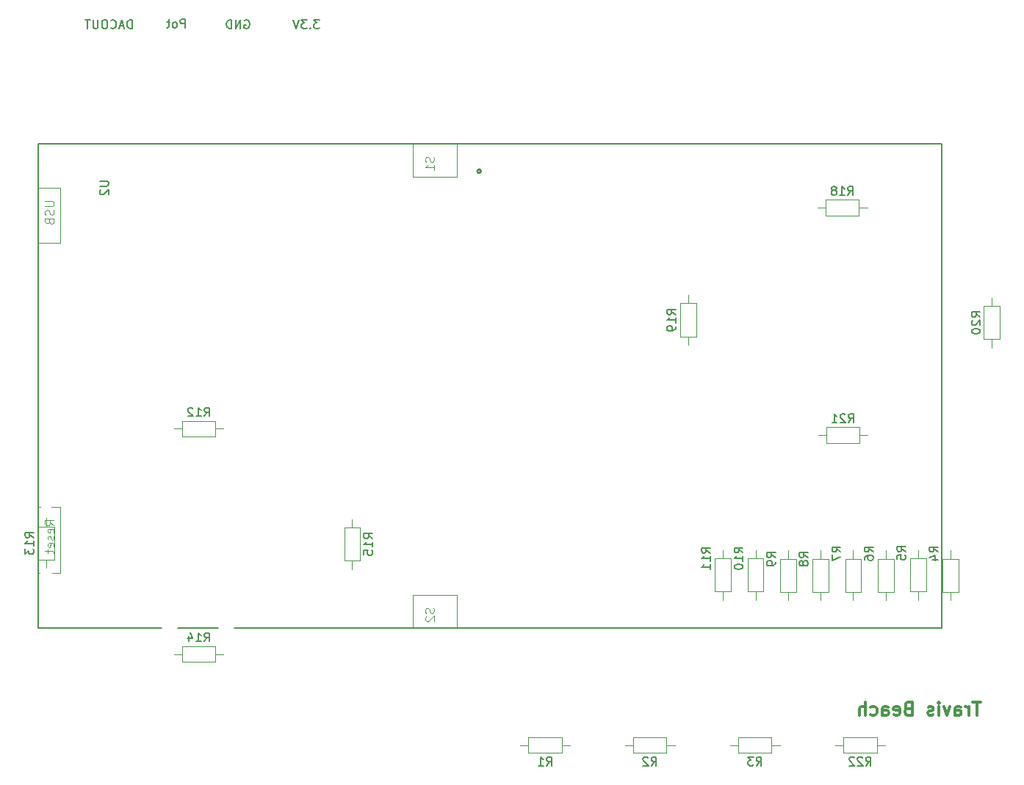
<source format=gbo>
G04 #@! TF.GenerationSoftware,KiCad,Pcbnew,9.0.0*
G04 #@! TF.CreationDate,2025-03-22T14:34:33-05:00*
G04 #@! TF.ProjectId,TMB3956,544d4233-3935-4362-9e6b-696361645f70,v1.0.1*
G04 #@! TF.SameCoordinates,Original*
G04 #@! TF.FileFunction,Legend,Bot*
G04 #@! TF.FilePolarity,Positive*
%FSLAX46Y46*%
G04 Gerber Fmt 4.6, Leading zero omitted, Abs format (unit mm)*
G04 Created by KiCad (PCBNEW 9.0.0) date 2025-03-22 14:34:33*
%MOMM*%
%LPD*%
G01*
G04 APERTURE LIST*
%ADD10C,0.300000*%
%ADD11C,0.150000*%
%ADD12C,0.100000*%
%ADD13C,0.120000*%
%ADD14C,0.127000*%
%ADD15C,0.228600*%
%ADD16R,1.700000X1.700000*%
%ADD17O,1.700000X1.700000*%
%ADD18C,1.778000*%
%ADD19C,2.286000*%
%ADD20C,2.000000*%
%ADD21C,2.700000*%
%ADD22R,1.750000X1.750000*%
%ADD23C,1.750000*%
%ADD24R,1.800000X1.800000*%
%ADD25C,1.800000*%
%ADD26C,4.318000*%
%ADD27C,2.200000*%
%ADD28R,1.778000X1.778000*%
%ADD29C,1.400000*%
%ADD30O,1.400000X1.400000*%
%ADD31C,1.700000*%
%ADD32R,1.520000X1.520000*%
%ADD33C,1.520000*%
G04 APERTURE END LIST*
D10*
X161909774Y-117800828D02*
X161052632Y-117800828D01*
X161481203Y-119300828D02*
X161481203Y-117800828D01*
X160552632Y-119300828D02*
X160552632Y-118300828D01*
X160552632Y-118586542D02*
X160481203Y-118443685D01*
X160481203Y-118443685D02*
X160409775Y-118372257D01*
X160409775Y-118372257D02*
X160266917Y-118300828D01*
X160266917Y-118300828D02*
X160124060Y-118300828D01*
X158981204Y-119300828D02*
X158981204Y-118515114D01*
X158981204Y-118515114D02*
X159052632Y-118372257D01*
X159052632Y-118372257D02*
X159195489Y-118300828D01*
X159195489Y-118300828D02*
X159481204Y-118300828D01*
X159481204Y-118300828D02*
X159624061Y-118372257D01*
X158981204Y-119229400D02*
X159124061Y-119300828D01*
X159124061Y-119300828D02*
X159481204Y-119300828D01*
X159481204Y-119300828D02*
X159624061Y-119229400D01*
X159624061Y-119229400D02*
X159695489Y-119086542D01*
X159695489Y-119086542D02*
X159695489Y-118943685D01*
X159695489Y-118943685D02*
X159624061Y-118800828D01*
X159624061Y-118800828D02*
X159481204Y-118729400D01*
X159481204Y-118729400D02*
X159124061Y-118729400D01*
X159124061Y-118729400D02*
X158981204Y-118657971D01*
X158409775Y-118300828D02*
X158052632Y-119300828D01*
X158052632Y-119300828D02*
X157695489Y-118300828D01*
X157124061Y-119300828D02*
X157124061Y-118300828D01*
X157124061Y-117800828D02*
X157195489Y-117872257D01*
X157195489Y-117872257D02*
X157124061Y-117943685D01*
X157124061Y-117943685D02*
X157052632Y-117872257D01*
X157052632Y-117872257D02*
X157124061Y-117800828D01*
X157124061Y-117800828D02*
X157124061Y-117943685D01*
X156481203Y-119229400D02*
X156338346Y-119300828D01*
X156338346Y-119300828D02*
X156052632Y-119300828D01*
X156052632Y-119300828D02*
X155909775Y-119229400D01*
X155909775Y-119229400D02*
X155838346Y-119086542D01*
X155838346Y-119086542D02*
X155838346Y-119015114D01*
X155838346Y-119015114D02*
X155909775Y-118872257D01*
X155909775Y-118872257D02*
X156052632Y-118800828D01*
X156052632Y-118800828D02*
X156266918Y-118800828D01*
X156266918Y-118800828D02*
X156409775Y-118729400D01*
X156409775Y-118729400D02*
X156481203Y-118586542D01*
X156481203Y-118586542D02*
X156481203Y-118515114D01*
X156481203Y-118515114D02*
X156409775Y-118372257D01*
X156409775Y-118372257D02*
X156266918Y-118300828D01*
X156266918Y-118300828D02*
X156052632Y-118300828D01*
X156052632Y-118300828D02*
X155909775Y-118372257D01*
X153552632Y-118515114D02*
X153338346Y-118586542D01*
X153338346Y-118586542D02*
X153266917Y-118657971D01*
X153266917Y-118657971D02*
X153195489Y-118800828D01*
X153195489Y-118800828D02*
X153195489Y-119015114D01*
X153195489Y-119015114D02*
X153266917Y-119157971D01*
X153266917Y-119157971D02*
X153338346Y-119229400D01*
X153338346Y-119229400D02*
X153481203Y-119300828D01*
X153481203Y-119300828D02*
X154052632Y-119300828D01*
X154052632Y-119300828D02*
X154052632Y-117800828D01*
X154052632Y-117800828D02*
X153552632Y-117800828D01*
X153552632Y-117800828D02*
X153409775Y-117872257D01*
X153409775Y-117872257D02*
X153338346Y-117943685D01*
X153338346Y-117943685D02*
X153266917Y-118086542D01*
X153266917Y-118086542D02*
X153266917Y-118229400D01*
X153266917Y-118229400D02*
X153338346Y-118372257D01*
X153338346Y-118372257D02*
X153409775Y-118443685D01*
X153409775Y-118443685D02*
X153552632Y-118515114D01*
X153552632Y-118515114D02*
X154052632Y-118515114D01*
X151981203Y-119229400D02*
X152124060Y-119300828D01*
X152124060Y-119300828D02*
X152409775Y-119300828D01*
X152409775Y-119300828D02*
X152552632Y-119229400D01*
X152552632Y-119229400D02*
X152624060Y-119086542D01*
X152624060Y-119086542D02*
X152624060Y-118515114D01*
X152624060Y-118515114D02*
X152552632Y-118372257D01*
X152552632Y-118372257D02*
X152409775Y-118300828D01*
X152409775Y-118300828D02*
X152124060Y-118300828D01*
X152124060Y-118300828D02*
X151981203Y-118372257D01*
X151981203Y-118372257D02*
X151909775Y-118515114D01*
X151909775Y-118515114D02*
X151909775Y-118657971D01*
X151909775Y-118657971D02*
X152624060Y-118800828D01*
X150624061Y-119300828D02*
X150624061Y-118515114D01*
X150624061Y-118515114D02*
X150695489Y-118372257D01*
X150695489Y-118372257D02*
X150838346Y-118300828D01*
X150838346Y-118300828D02*
X151124061Y-118300828D01*
X151124061Y-118300828D02*
X151266918Y-118372257D01*
X150624061Y-119229400D02*
X150766918Y-119300828D01*
X150766918Y-119300828D02*
X151124061Y-119300828D01*
X151124061Y-119300828D02*
X151266918Y-119229400D01*
X151266918Y-119229400D02*
X151338346Y-119086542D01*
X151338346Y-119086542D02*
X151338346Y-118943685D01*
X151338346Y-118943685D02*
X151266918Y-118800828D01*
X151266918Y-118800828D02*
X151124061Y-118729400D01*
X151124061Y-118729400D02*
X150766918Y-118729400D01*
X150766918Y-118729400D02*
X150624061Y-118657971D01*
X149266918Y-119229400D02*
X149409775Y-119300828D01*
X149409775Y-119300828D02*
X149695489Y-119300828D01*
X149695489Y-119300828D02*
X149838346Y-119229400D01*
X149838346Y-119229400D02*
X149909775Y-119157971D01*
X149909775Y-119157971D02*
X149981203Y-119015114D01*
X149981203Y-119015114D02*
X149981203Y-118586542D01*
X149981203Y-118586542D02*
X149909775Y-118443685D01*
X149909775Y-118443685D02*
X149838346Y-118372257D01*
X149838346Y-118372257D02*
X149695489Y-118300828D01*
X149695489Y-118300828D02*
X149409775Y-118300828D01*
X149409775Y-118300828D02*
X149266918Y-118372257D01*
X148624061Y-119300828D02*
X148624061Y-117800828D01*
X147981204Y-119300828D02*
X147981204Y-118515114D01*
X147981204Y-118515114D02*
X148052632Y-118372257D01*
X148052632Y-118372257D02*
X148195489Y-118300828D01*
X148195489Y-118300828D02*
X148409775Y-118300828D01*
X148409775Y-118300828D02*
X148552632Y-118372257D01*
X148552632Y-118372257D02*
X148624061Y-118443685D01*
D11*
X130784819Y-100567142D02*
X130308628Y-100233809D01*
X130784819Y-99995714D02*
X129784819Y-99995714D01*
X129784819Y-99995714D02*
X129784819Y-100376666D01*
X129784819Y-100376666D02*
X129832438Y-100471904D01*
X129832438Y-100471904D02*
X129880057Y-100519523D01*
X129880057Y-100519523D02*
X129975295Y-100567142D01*
X129975295Y-100567142D02*
X130118152Y-100567142D01*
X130118152Y-100567142D02*
X130213390Y-100519523D01*
X130213390Y-100519523D02*
X130261009Y-100471904D01*
X130261009Y-100471904D02*
X130308628Y-100376666D01*
X130308628Y-100376666D02*
X130308628Y-99995714D01*
X130784819Y-101519523D02*
X130784819Y-100948095D01*
X130784819Y-101233809D02*
X129784819Y-101233809D01*
X129784819Y-101233809D02*
X129927676Y-101138571D01*
X129927676Y-101138571D02*
X130022914Y-101043333D01*
X130022914Y-101043333D02*
X130070533Y-100948095D01*
X130784819Y-102471904D02*
X130784819Y-101900476D01*
X130784819Y-102186190D02*
X129784819Y-102186190D01*
X129784819Y-102186190D02*
X129927676Y-102090952D01*
X129927676Y-102090952D02*
X130022914Y-101995714D01*
X130022914Y-101995714D02*
X130070533Y-101900476D01*
X70249999Y-39969819D02*
X70249999Y-38969819D01*
X70249999Y-38969819D02*
X69869047Y-38969819D01*
X69869047Y-38969819D02*
X69773809Y-39017438D01*
X69773809Y-39017438D02*
X69726190Y-39065057D01*
X69726190Y-39065057D02*
X69678571Y-39160295D01*
X69678571Y-39160295D02*
X69678571Y-39303152D01*
X69678571Y-39303152D02*
X69726190Y-39398390D01*
X69726190Y-39398390D02*
X69773809Y-39446009D01*
X69773809Y-39446009D02*
X69869047Y-39493628D01*
X69869047Y-39493628D02*
X70249999Y-39493628D01*
X69107142Y-39969819D02*
X69202380Y-39922200D01*
X69202380Y-39922200D02*
X69249999Y-39874580D01*
X69249999Y-39874580D02*
X69297618Y-39779342D01*
X69297618Y-39779342D02*
X69297618Y-39493628D01*
X69297618Y-39493628D02*
X69249999Y-39398390D01*
X69249999Y-39398390D02*
X69202380Y-39350771D01*
X69202380Y-39350771D02*
X69107142Y-39303152D01*
X69107142Y-39303152D02*
X68964285Y-39303152D01*
X68964285Y-39303152D02*
X68869047Y-39350771D01*
X68869047Y-39350771D02*
X68821428Y-39398390D01*
X68821428Y-39398390D02*
X68773809Y-39493628D01*
X68773809Y-39493628D02*
X68773809Y-39779342D01*
X68773809Y-39779342D02*
X68821428Y-39874580D01*
X68821428Y-39874580D02*
X68869047Y-39922200D01*
X68869047Y-39922200D02*
X68964285Y-39969819D01*
X68964285Y-39969819D02*
X69107142Y-39969819D01*
X68488094Y-39303152D02*
X68107142Y-39303152D01*
X68345237Y-38969819D02*
X68345237Y-39826961D01*
X68345237Y-39826961D02*
X68297618Y-39922200D01*
X68297618Y-39922200D02*
X68202380Y-39969819D01*
X68202380Y-39969819D02*
X68107142Y-39969819D01*
X157034819Y-100468333D02*
X156558628Y-100135000D01*
X157034819Y-99896905D02*
X156034819Y-99896905D01*
X156034819Y-99896905D02*
X156034819Y-100277857D01*
X156034819Y-100277857D02*
X156082438Y-100373095D01*
X156082438Y-100373095D02*
X156130057Y-100420714D01*
X156130057Y-100420714D02*
X156225295Y-100468333D01*
X156225295Y-100468333D02*
X156368152Y-100468333D01*
X156368152Y-100468333D02*
X156463390Y-100420714D01*
X156463390Y-100420714D02*
X156511009Y-100373095D01*
X156511009Y-100373095D02*
X156558628Y-100277857D01*
X156558628Y-100277857D02*
X156558628Y-99896905D01*
X156368152Y-101325476D02*
X157034819Y-101325476D01*
X155987200Y-101087381D02*
X156701485Y-100849286D01*
X156701485Y-100849286D02*
X156701485Y-101468333D01*
X149549819Y-100468333D02*
X149073628Y-100135000D01*
X149549819Y-99896905D02*
X148549819Y-99896905D01*
X148549819Y-99896905D02*
X148549819Y-100277857D01*
X148549819Y-100277857D02*
X148597438Y-100373095D01*
X148597438Y-100373095D02*
X148645057Y-100420714D01*
X148645057Y-100420714D02*
X148740295Y-100468333D01*
X148740295Y-100468333D02*
X148883152Y-100468333D01*
X148883152Y-100468333D02*
X148978390Y-100420714D01*
X148978390Y-100420714D02*
X149026009Y-100373095D01*
X149026009Y-100373095D02*
X149073628Y-100277857D01*
X149073628Y-100277857D02*
X149073628Y-99896905D01*
X148549819Y-101325476D02*
X148549819Y-101135000D01*
X148549819Y-101135000D02*
X148597438Y-101039762D01*
X148597438Y-101039762D02*
X148645057Y-100992143D01*
X148645057Y-100992143D02*
X148787914Y-100896905D01*
X148787914Y-100896905D02*
X148978390Y-100849286D01*
X148978390Y-100849286D02*
X149359342Y-100849286D01*
X149359342Y-100849286D02*
X149454580Y-100896905D01*
X149454580Y-100896905D02*
X149502200Y-100944524D01*
X149502200Y-100944524D02*
X149549819Y-101039762D01*
X149549819Y-101039762D02*
X149549819Y-101230238D01*
X149549819Y-101230238D02*
X149502200Y-101325476D01*
X149502200Y-101325476D02*
X149454580Y-101373095D01*
X149454580Y-101373095D02*
X149359342Y-101420714D01*
X149359342Y-101420714D02*
X149121247Y-101420714D01*
X149121247Y-101420714D02*
X149026009Y-101373095D01*
X149026009Y-101373095D02*
X148978390Y-101325476D01*
X148978390Y-101325476D02*
X148930771Y-101230238D01*
X148930771Y-101230238D02*
X148930771Y-101039762D01*
X148930771Y-101039762D02*
X148978390Y-100944524D01*
X148978390Y-100944524D02*
X149026009Y-100896905D01*
X149026009Y-100896905D02*
X149121247Y-100849286D01*
X60414819Y-57658095D02*
X61224342Y-57658095D01*
X61224342Y-57658095D02*
X61319580Y-57705714D01*
X61319580Y-57705714D02*
X61367200Y-57753333D01*
X61367200Y-57753333D02*
X61414819Y-57848571D01*
X61414819Y-57848571D02*
X61414819Y-58039047D01*
X61414819Y-58039047D02*
X61367200Y-58134285D01*
X61367200Y-58134285D02*
X61319580Y-58181904D01*
X61319580Y-58181904D02*
X61224342Y-58229523D01*
X61224342Y-58229523D02*
X60414819Y-58229523D01*
X60510057Y-58658095D02*
X60462438Y-58705714D01*
X60462438Y-58705714D02*
X60414819Y-58800952D01*
X60414819Y-58800952D02*
X60414819Y-59039047D01*
X60414819Y-59039047D02*
X60462438Y-59134285D01*
X60462438Y-59134285D02*
X60510057Y-59181904D01*
X60510057Y-59181904D02*
X60605295Y-59229523D01*
X60605295Y-59229523D02*
X60700533Y-59229523D01*
X60700533Y-59229523D02*
X60843390Y-59181904D01*
X60843390Y-59181904D02*
X61414819Y-58610476D01*
X61414819Y-58610476D02*
X61414819Y-59229523D01*
D12*
X98884800Y-54866265D02*
X98932419Y-55009122D01*
X98932419Y-55009122D02*
X98932419Y-55247217D01*
X98932419Y-55247217D02*
X98884800Y-55342455D01*
X98884800Y-55342455D02*
X98837180Y-55390074D01*
X98837180Y-55390074D02*
X98741942Y-55437693D01*
X98741942Y-55437693D02*
X98646704Y-55437693D01*
X98646704Y-55437693D02*
X98551466Y-55390074D01*
X98551466Y-55390074D02*
X98503847Y-55342455D01*
X98503847Y-55342455D02*
X98456228Y-55247217D01*
X98456228Y-55247217D02*
X98408609Y-55056741D01*
X98408609Y-55056741D02*
X98360990Y-54961503D01*
X98360990Y-54961503D02*
X98313371Y-54913884D01*
X98313371Y-54913884D02*
X98218133Y-54866265D01*
X98218133Y-54866265D02*
X98122895Y-54866265D01*
X98122895Y-54866265D02*
X98027657Y-54913884D01*
X98027657Y-54913884D02*
X97980038Y-54961503D01*
X97980038Y-54961503D02*
X97932419Y-55056741D01*
X97932419Y-55056741D02*
X97932419Y-55294836D01*
X97932419Y-55294836D02*
X97980038Y-55437693D01*
X98932419Y-56390074D02*
X98932419Y-55818646D01*
X98932419Y-56104360D02*
X97932419Y-56104360D01*
X97932419Y-56104360D02*
X98075276Y-56009122D01*
X98075276Y-56009122D02*
X98170514Y-55913884D01*
X98170514Y-55913884D02*
X98218133Y-55818646D01*
X54117419Y-59993884D02*
X54926942Y-59993884D01*
X54926942Y-59993884D02*
X55022180Y-60041503D01*
X55022180Y-60041503D02*
X55069800Y-60089122D01*
X55069800Y-60089122D02*
X55117419Y-60184360D01*
X55117419Y-60184360D02*
X55117419Y-60374836D01*
X55117419Y-60374836D02*
X55069800Y-60470074D01*
X55069800Y-60470074D02*
X55022180Y-60517693D01*
X55022180Y-60517693D02*
X54926942Y-60565312D01*
X54926942Y-60565312D02*
X54117419Y-60565312D01*
X55069800Y-60993884D02*
X55117419Y-61136741D01*
X55117419Y-61136741D02*
X55117419Y-61374836D01*
X55117419Y-61374836D02*
X55069800Y-61470074D01*
X55069800Y-61470074D02*
X55022180Y-61517693D01*
X55022180Y-61517693D02*
X54926942Y-61565312D01*
X54926942Y-61565312D02*
X54831704Y-61565312D01*
X54831704Y-61565312D02*
X54736466Y-61517693D01*
X54736466Y-61517693D02*
X54688847Y-61470074D01*
X54688847Y-61470074D02*
X54641228Y-61374836D01*
X54641228Y-61374836D02*
X54593609Y-61184360D01*
X54593609Y-61184360D02*
X54545990Y-61089122D01*
X54545990Y-61089122D02*
X54498371Y-61041503D01*
X54498371Y-61041503D02*
X54403133Y-60993884D01*
X54403133Y-60993884D02*
X54307895Y-60993884D01*
X54307895Y-60993884D02*
X54212657Y-61041503D01*
X54212657Y-61041503D02*
X54165038Y-61089122D01*
X54165038Y-61089122D02*
X54117419Y-61184360D01*
X54117419Y-61184360D02*
X54117419Y-61422455D01*
X54117419Y-61422455D02*
X54165038Y-61565312D01*
X54593609Y-62327217D02*
X54641228Y-62470074D01*
X54641228Y-62470074D02*
X54688847Y-62517693D01*
X54688847Y-62517693D02*
X54784085Y-62565312D01*
X54784085Y-62565312D02*
X54926942Y-62565312D01*
X54926942Y-62565312D02*
X55022180Y-62517693D01*
X55022180Y-62517693D02*
X55069800Y-62470074D01*
X55069800Y-62470074D02*
X55117419Y-62374836D01*
X55117419Y-62374836D02*
X55117419Y-61993884D01*
X55117419Y-61993884D02*
X54117419Y-61993884D01*
X54117419Y-61993884D02*
X54117419Y-62327217D01*
X54117419Y-62327217D02*
X54165038Y-62422455D01*
X54165038Y-62422455D02*
X54212657Y-62470074D01*
X54212657Y-62470074D02*
X54307895Y-62517693D01*
X54307895Y-62517693D02*
X54403133Y-62517693D01*
X54403133Y-62517693D02*
X54498371Y-62470074D01*
X54498371Y-62470074D02*
X54545990Y-62422455D01*
X54545990Y-62422455D02*
X54593609Y-62327217D01*
X54593609Y-62327217D02*
X54593609Y-61993884D01*
X98884800Y-106936265D02*
X98932419Y-107079122D01*
X98932419Y-107079122D02*
X98932419Y-107317217D01*
X98932419Y-107317217D02*
X98884800Y-107412455D01*
X98884800Y-107412455D02*
X98837180Y-107460074D01*
X98837180Y-107460074D02*
X98741942Y-107507693D01*
X98741942Y-107507693D02*
X98646704Y-107507693D01*
X98646704Y-107507693D02*
X98551466Y-107460074D01*
X98551466Y-107460074D02*
X98503847Y-107412455D01*
X98503847Y-107412455D02*
X98456228Y-107317217D01*
X98456228Y-107317217D02*
X98408609Y-107126741D01*
X98408609Y-107126741D02*
X98360990Y-107031503D01*
X98360990Y-107031503D02*
X98313371Y-106983884D01*
X98313371Y-106983884D02*
X98218133Y-106936265D01*
X98218133Y-106936265D02*
X98122895Y-106936265D01*
X98122895Y-106936265D02*
X98027657Y-106983884D01*
X98027657Y-106983884D02*
X97980038Y-107031503D01*
X97980038Y-107031503D02*
X97932419Y-107126741D01*
X97932419Y-107126741D02*
X97932419Y-107364836D01*
X97932419Y-107364836D02*
X97980038Y-107507693D01*
X98027657Y-107888646D02*
X97980038Y-107936265D01*
X97980038Y-107936265D02*
X97932419Y-108031503D01*
X97932419Y-108031503D02*
X97932419Y-108269598D01*
X97932419Y-108269598D02*
X97980038Y-108364836D01*
X97980038Y-108364836D02*
X98027657Y-108412455D01*
X98027657Y-108412455D02*
X98122895Y-108460074D01*
X98122895Y-108460074D02*
X98218133Y-108460074D01*
X98218133Y-108460074D02*
X98360990Y-108412455D01*
X98360990Y-108412455D02*
X98932419Y-107841027D01*
X98932419Y-107841027D02*
X98932419Y-108460074D01*
X55117419Y-97395312D02*
X54641228Y-97061979D01*
X55117419Y-96823884D02*
X54117419Y-96823884D01*
X54117419Y-96823884D02*
X54117419Y-97204836D01*
X54117419Y-97204836D02*
X54165038Y-97300074D01*
X54165038Y-97300074D02*
X54212657Y-97347693D01*
X54212657Y-97347693D02*
X54307895Y-97395312D01*
X54307895Y-97395312D02*
X54450752Y-97395312D01*
X54450752Y-97395312D02*
X54545990Y-97347693D01*
X54545990Y-97347693D02*
X54593609Y-97300074D01*
X54593609Y-97300074D02*
X54641228Y-97204836D01*
X54641228Y-97204836D02*
X54641228Y-96823884D01*
X55069800Y-98204836D02*
X55117419Y-98109598D01*
X55117419Y-98109598D02*
X55117419Y-97919122D01*
X55117419Y-97919122D02*
X55069800Y-97823884D01*
X55069800Y-97823884D02*
X54974561Y-97776265D01*
X54974561Y-97776265D02*
X54593609Y-97776265D01*
X54593609Y-97776265D02*
X54498371Y-97823884D01*
X54498371Y-97823884D02*
X54450752Y-97919122D01*
X54450752Y-97919122D02*
X54450752Y-98109598D01*
X54450752Y-98109598D02*
X54498371Y-98204836D01*
X54498371Y-98204836D02*
X54593609Y-98252455D01*
X54593609Y-98252455D02*
X54688847Y-98252455D01*
X54688847Y-98252455D02*
X54784085Y-97776265D01*
X55069800Y-98633408D02*
X55117419Y-98728646D01*
X55117419Y-98728646D02*
X55117419Y-98919122D01*
X55117419Y-98919122D02*
X55069800Y-99014360D01*
X55069800Y-99014360D02*
X54974561Y-99061979D01*
X54974561Y-99061979D02*
X54926942Y-99061979D01*
X54926942Y-99061979D02*
X54831704Y-99014360D01*
X54831704Y-99014360D02*
X54784085Y-98919122D01*
X54784085Y-98919122D02*
X54784085Y-98776265D01*
X54784085Y-98776265D02*
X54736466Y-98681027D01*
X54736466Y-98681027D02*
X54641228Y-98633408D01*
X54641228Y-98633408D02*
X54593609Y-98633408D01*
X54593609Y-98633408D02*
X54498371Y-98681027D01*
X54498371Y-98681027D02*
X54450752Y-98776265D01*
X54450752Y-98776265D02*
X54450752Y-98919122D01*
X54450752Y-98919122D02*
X54498371Y-99014360D01*
X55069800Y-99871503D02*
X55117419Y-99776265D01*
X55117419Y-99776265D02*
X55117419Y-99585789D01*
X55117419Y-99585789D02*
X55069800Y-99490551D01*
X55069800Y-99490551D02*
X54974561Y-99442932D01*
X54974561Y-99442932D02*
X54593609Y-99442932D01*
X54593609Y-99442932D02*
X54498371Y-99490551D01*
X54498371Y-99490551D02*
X54450752Y-99585789D01*
X54450752Y-99585789D02*
X54450752Y-99776265D01*
X54450752Y-99776265D02*
X54498371Y-99871503D01*
X54498371Y-99871503D02*
X54593609Y-99919122D01*
X54593609Y-99919122D02*
X54688847Y-99919122D01*
X54688847Y-99919122D02*
X54784085Y-99442932D01*
X54450752Y-100204837D02*
X54450752Y-100585789D01*
X54117419Y-100347694D02*
X54974561Y-100347694D01*
X54974561Y-100347694D02*
X55069800Y-100395313D01*
X55069800Y-100395313D02*
X55117419Y-100490551D01*
X55117419Y-100490551D02*
X55117419Y-100585789D01*
D11*
X146642857Y-59284819D02*
X146976190Y-58808628D01*
X147214285Y-59284819D02*
X147214285Y-58284819D01*
X147214285Y-58284819D02*
X146833333Y-58284819D01*
X146833333Y-58284819D02*
X146738095Y-58332438D01*
X146738095Y-58332438D02*
X146690476Y-58380057D01*
X146690476Y-58380057D02*
X146642857Y-58475295D01*
X146642857Y-58475295D02*
X146642857Y-58618152D01*
X146642857Y-58618152D02*
X146690476Y-58713390D01*
X146690476Y-58713390D02*
X146738095Y-58761009D01*
X146738095Y-58761009D02*
X146833333Y-58808628D01*
X146833333Y-58808628D02*
X147214285Y-58808628D01*
X145690476Y-59284819D02*
X146261904Y-59284819D01*
X145976190Y-59284819D02*
X145976190Y-58284819D01*
X145976190Y-58284819D02*
X146071428Y-58427676D01*
X146071428Y-58427676D02*
X146166666Y-58522914D01*
X146166666Y-58522914D02*
X146261904Y-58570533D01*
X145119047Y-58713390D02*
X145214285Y-58665771D01*
X145214285Y-58665771D02*
X145261904Y-58618152D01*
X145261904Y-58618152D02*
X145309523Y-58522914D01*
X145309523Y-58522914D02*
X145309523Y-58475295D01*
X145309523Y-58475295D02*
X145261904Y-58380057D01*
X145261904Y-58380057D02*
X145214285Y-58332438D01*
X145214285Y-58332438D02*
X145119047Y-58284819D01*
X145119047Y-58284819D02*
X144928571Y-58284819D01*
X144928571Y-58284819D02*
X144833333Y-58332438D01*
X144833333Y-58332438D02*
X144785714Y-58380057D01*
X144785714Y-58380057D02*
X144738095Y-58475295D01*
X144738095Y-58475295D02*
X144738095Y-58522914D01*
X144738095Y-58522914D02*
X144785714Y-58618152D01*
X144785714Y-58618152D02*
X144833333Y-58665771D01*
X144833333Y-58665771D02*
X144928571Y-58713390D01*
X144928571Y-58713390D02*
X145119047Y-58713390D01*
X145119047Y-58713390D02*
X145214285Y-58761009D01*
X145214285Y-58761009D02*
X145261904Y-58808628D01*
X145261904Y-58808628D02*
X145309523Y-58903866D01*
X145309523Y-58903866D02*
X145309523Y-59094342D01*
X145309523Y-59094342D02*
X145261904Y-59189580D01*
X145261904Y-59189580D02*
X145214285Y-59237200D01*
X145214285Y-59237200D02*
X145119047Y-59284819D01*
X145119047Y-59284819D02*
X144928571Y-59284819D01*
X144928571Y-59284819D02*
X144833333Y-59237200D01*
X144833333Y-59237200D02*
X144785714Y-59189580D01*
X144785714Y-59189580D02*
X144738095Y-59094342D01*
X144738095Y-59094342D02*
X144738095Y-58903866D01*
X144738095Y-58903866D02*
X144785714Y-58808628D01*
X144785714Y-58808628D02*
X144833333Y-58761009D01*
X144833333Y-58761009D02*
X144928571Y-58713390D01*
X134549819Y-100552142D02*
X134073628Y-100218809D01*
X134549819Y-99980714D02*
X133549819Y-99980714D01*
X133549819Y-99980714D02*
X133549819Y-100361666D01*
X133549819Y-100361666D02*
X133597438Y-100456904D01*
X133597438Y-100456904D02*
X133645057Y-100504523D01*
X133645057Y-100504523D02*
X133740295Y-100552142D01*
X133740295Y-100552142D02*
X133883152Y-100552142D01*
X133883152Y-100552142D02*
X133978390Y-100504523D01*
X133978390Y-100504523D02*
X134026009Y-100456904D01*
X134026009Y-100456904D02*
X134073628Y-100361666D01*
X134073628Y-100361666D02*
X134073628Y-99980714D01*
X134549819Y-101504523D02*
X134549819Y-100933095D01*
X134549819Y-101218809D02*
X133549819Y-101218809D01*
X133549819Y-101218809D02*
X133692676Y-101123571D01*
X133692676Y-101123571D02*
X133787914Y-101028333D01*
X133787914Y-101028333D02*
X133835533Y-100933095D01*
X133549819Y-102123571D02*
X133549819Y-102218809D01*
X133549819Y-102218809D02*
X133597438Y-102314047D01*
X133597438Y-102314047D02*
X133645057Y-102361666D01*
X133645057Y-102361666D02*
X133740295Y-102409285D01*
X133740295Y-102409285D02*
X133930771Y-102456904D01*
X133930771Y-102456904D02*
X134168866Y-102456904D01*
X134168866Y-102456904D02*
X134359342Y-102409285D01*
X134359342Y-102409285D02*
X134454580Y-102361666D01*
X134454580Y-102361666D02*
X134502200Y-102314047D01*
X134502200Y-102314047D02*
X134549819Y-102218809D01*
X134549819Y-102218809D02*
X134549819Y-102123571D01*
X134549819Y-102123571D02*
X134502200Y-102028333D01*
X134502200Y-102028333D02*
X134454580Y-101980714D01*
X134454580Y-101980714D02*
X134359342Y-101933095D01*
X134359342Y-101933095D02*
X134168866Y-101885476D01*
X134168866Y-101885476D02*
X133930771Y-101885476D01*
X133930771Y-101885476D02*
X133740295Y-101933095D01*
X133740295Y-101933095D02*
X133645057Y-101980714D01*
X133645057Y-101980714D02*
X133597438Y-102028333D01*
X133597438Y-102028333D02*
X133549819Y-102123571D01*
X111916666Y-125124819D02*
X112249999Y-124648628D01*
X112488094Y-125124819D02*
X112488094Y-124124819D01*
X112488094Y-124124819D02*
X112107142Y-124124819D01*
X112107142Y-124124819D02*
X112011904Y-124172438D01*
X112011904Y-124172438D02*
X111964285Y-124220057D01*
X111964285Y-124220057D02*
X111916666Y-124315295D01*
X111916666Y-124315295D02*
X111916666Y-124458152D01*
X111916666Y-124458152D02*
X111964285Y-124553390D01*
X111964285Y-124553390D02*
X112011904Y-124601009D01*
X112011904Y-124601009D02*
X112107142Y-124648628D01*
X112107142Y-124648628D02*
X112488094Y-124648628D01*
X110964285Y-125124819D02*
X111535713Y-125124819D01*
X111249999Y-125124819D02*
X111249999Y-124124819D01*
X111249999Y-124124819D02*
X111345237Y-124267676D01*
X111345237Y-124267676D02*
X111440475Y-124362914D01*
X111440475Y-124362914D02*
X111535713Y-124410533D01*
X64119047Y-40049819D02*
X64119047Y-39049819D01*
X64119047Y-39049819D02*
X63880952Y-39049819D01*
X63880952Y-39049819D02*
X63738095Y-39097438D01*
X63738095Y-39097438D02*
X63642857Y-39192676D01*
X63642857Y-39192676D02*
X63595238Y-39287914D01*
X63595238Y-39287914D02*
X63547619Y-39478390D01*
X63547619Y-39478390D02*
X63547619Y-39621247D01*
X63547619Y-39621247D02*
X63595238Y-39811723D01*
X63595238Y-39811723D02*
X63642857Y-39906961D01*
X63642857Y-39906961D02*
X63738095Y-40002200D01*
X63738095Y-40002200D02*
X63880952Y-40049819D01*
X63880952Y-40049819D02*
X64119047Y-40049819D01*
X63166666Y-39764104D02*
X62690476Y-39764104D01*
X63261904Y-40049819D02*
X62928571Y-39049819D01*
X62928571Y-39049819D02*
X62595238Y-40049819D01*
X61690476Y-39954580D02*
X61738095Y-40002200D01*
X61738095Y-40002200D02*
X61880952Y-40049819D01*
X61880952Y-40049819D02*
X61976190Y-40049819D01*
X61976190Y-40049819D02*
X62119047Y-40002200D01*
X62119047Y-40002200D02*
X62214285Y-39906961D01*
X62214285Y-39906961D02*
X62261904Y-39811723D01*
X62261904Y-39811723D02*
X62309523Y-39621247D01*
X62309523Y-39621247D02*
X62309523Y-39478390D01*
X62309523Y-39478390D02*
X62261904Y-39287914D01*
X62261904Y-39287914D02*
X62214285Y-39192676D01*
X62214285Y-39192676D02*
X62119047Y-39097438D01*
X62119047Y-39097438D02*
X61976190Y-39049819D01*
X61976190Y-39049819D02*
X61880952Y-39049819D01*
X61880952Y-39049819D02*
X61738095Y-39097438D01*
X61738095Y-39097438D02*
X61690476Y-39145057D01*
X61071428Y-39049819D02*
X60880952Y-39049819D01*
X60880952Y-39049819D02*
X60785714Y-39097438D01*
X60785714Y-39097438D02*
X60690476Y-39192676D01*
X60690476Y-39192676D02*
X60642857Y-39383152D01*
X60642857Y-39383152D02*
X60642857Y-39716485D01*
X60642857Y-39716485D02*
X60690476Y-39906961D01*
X60690476Y-39906961D02*
X60785714Y-40002200D01*
X60785714Y-40002200D02*
X60880952Y-40049819D01*
X60880952Y-40049819D02*
X61071428Y-40049819D01*
X61071428Y-40049819D02*
X61166666Y-40002200D01*
X61166666Y-40002200D02*
X61261904Y-39906961D01*
X61261904Y-39906961D02*
X61309523Y-39716485D01*
X61309523Y-39716485D02*
X61309523Y-39383152D01*
X61309523Y-39383152D02*
X61261904Y-39192676D01*
X61261904Y-39192676D02*
X61166666Y-39097438D01*
X61166666Y-39097438D02*
X61071428Y-39049819D01*
X60214285Y-39049819D02*
X60214285Y-39859342D01*
X60214285Y-39859342D02*
X60166666Y-39954580D01*
X60166666Y-39954580D02*
X60119047Y-40002200D01*
X60119047Y-40002200D02*
X60023809Y-40049819D01*
X60023809Y-40049819D02*
X59833333Y-40049819D01*
X59833333Y-40049819D02*
X59738095Y-40002200D01*
X59738095Y-40002200D02*
X59690476Y-39954580D01*
X59690476Y-39954580D02*
X59642857Y-39859342D01*
X59642857Y-39859342D02*
X59642857Y-39049819D01*
X59309523Y-39049819D02*
X58738095Y-39049819D01*
X59023809Y-40049819D02*
X59023809Y-39049819D01*
X85712939Y-39049819D02*
X85093892Y-39049819D01*
X85093892Y-39049819D02*
X85427225Y-39430771D01*
X85427225Y-39430771D02*
X85284368Y-39430771D01*
X85284368Y-39430771D02*
X85189130Y-39478390D01*
X85189130Y-39478390D02*
X85141511Y-39526009D01*
X85141511Y-39526009D02*
X85093892Y-39621247D01*
X85093892Y-39621247D02*
X85093892Y-39859342D01*
X85093892Y-39859342D02*
X85141511Y-39954580D01*
X85141511Y-39954580D02*
X85189130Y-40002200D01*
X85189130Y-40002200D02*
X85284368Y-40049819D01*
X85284368Y-40049819D02*
X85570082Y-40049819D01*
X85570082Y-40049819D02*
X85665320Y-40002200D01*
X85665320Y-40002200D02*
X85712939Y-39954580D01*
X84665320Y-39954580D02*
X84617701Y-40002200D01*
X84617701Y-40002200D02*
X84665320Y-40049819D01*
X84665320Y-40049819D02*
X84712939Y-40002200D01*
X84712939Y-40002200D02*
X84665320Y-39954580D01*
X84665320Y-39954580D02*
X84665320Y-40049819D01*
X84284368Y-39049819D02*
X83665321Y-39049819D01*
X83665321Y-39049819D02*
X83998654Y-39430771D01*
X83998654Y-39430771D02*
X83855797Y-39430771D01*
X83855797Y-39430771D02*
X83760559Y-39478390D01*
X83760559Y-39478390D02*
X83712940Y-39526009D01*
X83712940Y-39526009D02*
X83665321Y-39621247D01*
X83665321Y-39621247D02*
X83665321Y-39859342D01*
X83665321Y-39859342D02*
X83712940Y-39954580D01*
X83712940Y-39954580D02*
X83760559Y-40002200D01*
X83760559Y-40002200D02*
X83855797Y-40049819D01*
X83855797Y-40049819D02*
X84141511Y-40049819D01*
X84141511Y-40049819D02*
X84236749Y-40002200D01*
X84236749Y-40002200D02*
X84284368Y-39954580D01*
X83379606Y-39049819D02*
X83046273Y-40049819D01*
X83046273Y-40049819D02*
X82712940Y-39049819D01*
X142049819Y-101103333D02*
X141573628Y-100770000D01*
X142049819Y-100531905D02*
X141049819Y-100531905D01*
X141049819Y-100531905D02*
X141049819Y-100912857D01*
X141049819Y-100912857D02*
X141097438Y-101008095D01*
X141097438Y-101008095D02*
X141145057Y-101055714D01*
X141145057Y-101055714D02*
X141240295Y-101103333D01*
X141240295Y-101103333D02*
X141383152Y-101103333D01*
X141383152Y-101103333D02*
X141478390Y-101055714D01*
X141478390Y-101055714D02*
X141526009Y-101008095D01*
X141526009Y-101008095D02*
X141573628Y-100912857D01*
X141573628Y-100912857D02*
X141573628Y-100531905D01*
X141478390Y-101674762D02*
X141430771Y-101579524D01*
X141430771Y-101579524D02*
X141383152Y-101531905D01*
X141383152Y-101531905D02*
X141287914Y-101484286D01*
X141287914Y-101484286D02*
X141240295Y-101484286D01*
X141240295Y-101484286D02*
X141145057Y-101531905D01*
X141145057Y-101531905D02*
X141097438Y-101579524D01*
X141097438Y-101579524D02*
X141049819Y-101674762D01*
X141049819Y-101674762D02*
X141049819Y-101865238D01*
X141049819Y-101865238D02*
X141097438Y-101960476D01*
X141097438Y-101960476D02*
X141145057Y-102008095D01*
X141145057Y-102008095D02*
X141240295Y-102055714D01*
X141240295Y-102055714D02*
X141287914Y-102055714D01*
X141287914Y-102055714D02*
X141383152Y-102008095D01*
X141383152Y-102008095D02*
X141430771Y-101960476D01*
X141430771Y-101960476D02*
X141478390Y-101865238D01*
X141478390Y-101865238D02*
X141478390Y-101674762D01*
X141478390Y-101674762D02*
X141526009Y-101579524D01*
X141526009Y-101579524D02*
X141573628Y-101531905D01*
X141573628Y-101531905D02*
X141668866Y-101484286D01*
X141668866Y-101484286D02*
X141859342Y-101484286D01*
X141859342Y-101484286D02*
X141954580Y-101531905D01*
X141954580Y-101531905D02*
X142002200Y-101579524D01*
X142002200Y-101579524D02*
X142049819Y-101674762D01*
X142049819Y-101674762D02*
X142049819Y-101865238D01*
X142049819Y-101865238D02*
X142002200Y-101960476D01*
X142002200Y-101960476D02*
X141954580Y-102008095D01*
X141954580Y-102008095D02*
X141859342Y-102055714D01*
X141859342Y-102055714D02*
X141668866Y-102055714D01*
X141668866Y-102055714D02*
X141573628Y-102008095D01*
X141573628Y-102008095D02*
X141526009Y-101960476D01*
X141526009Y-101960476D02*
X141478390Y-101865238D01*
X72452857Y-84799819D02*
X72786190Y-84323628D01*
X73024285Y-84799819D02*
X73024285Y-83799819D01*
X73024285Y-83799819D02*
X72643333Y-83799819D01*
X72643333Y-83799819D02*
X72548095Y-83847438D01*
X72548095Y-83847438D02*
X72500476Y-83895057D01*
X72500476Y-83895057D02*
X72452857Y-83990295D01*
X72452857Y-83990295D02*
X72452857Y-84133152D01*
X72452857Y-84133152D02*
X72500476Y-84228390D01*
X72500476Y-84228390D02*
X72548095Y-84276009D01*
X72548095Y-84276009D02*
X72643333Y-84323628D01*
X72643333Y-84323628D02*
X73024285Y-84323628D01*
X71500476Y-84799819D02*
X72071904Y-84799819D01*
X71786190Y-84799819D02*
X71786190Y-83799819D01*
X71786190Y-83799819D02*
X71881428Y-83942676D01*
X71881428Y-83942676D02*
X71976666Y-84037914D01*
X71976666Y-84037914D02*
X72071904Y-84085533D01*
X71119523Y-83895057D02*
X71071904Y-83847438D01*
X71071904Y-83847438D02*
X70976666Y-83799819D01*
X70976666Y-83799819D02*
X70738571Y-83799819D01*
X70738571Y-83799819D02*
X70643333Y-83847438D01*
X70643333Y-83847438D02*
X70595714Y-83895057D01*
X70595714Y-83895057D02*
X70548095Y-83990295D01*
X70548095Y-83990295D02*
X70548095Y-84085533D01*
X70548095Y-84085533D02*
X70595714Y-84228390D01*
X70595714Y-84228390D02*
X71167142Y-84799819D01*
X71167142Y-84799819D02*
X70548095Y-84799819D01*
X146702857Y-85534819D02*
X147036190Y-85058628D01*
X147274285Y-85534819D02*
X147274285Y-84534819D01*
X147274285Y-84534819D02*
X146893333Y-84534819D01*
X146893333Y-84534819D02*
X146798095Y-84582438D01*
X146798095Y-84582438D02*
X146750476Y-84630057D01*
X146750476Y-84630057D02*
X146702857Y-84725295D01*
X146702857Y-84725295D02*
X146702857Y-84868152D01*
X146702857Y-84868152D02*
X146750476Y-84963390D01*
X146750476Y-84963390D02*
X146798095Y-85011009D01*
X146798095Y-85011009D02*
X146893333Y-85058628D01*
X146893333Y-85058628D02*
X147274285Y-85058628D01*
X146321904Y-84630057D02*
X146274285Y-84582438D01*
X146274285Y-84582438D02*
X146179047Y-84534819D01*
X146179047Y-84534819D02*
X145940952Y-84534819D01*
X145940952Y-84534819D02*
X145845714Y-84582438D01*
X145845714Y-84582438D02*
X145798095Y-84630057D01*
X145798095Y-84630057D02*
X145750476Y-84725295D01*
X145750476Y-84725295D02*
X145750476Y-84820533D01*
X145750476Y-84820533D02*
X145798095Y-84963390D01*
X145798095Y-84963390D02*
X146369523Y-85534819D01*
X146369523Y-85534819D02*
X145750476Y-85534819D01*
X144798095Y-85534819D02*
X145369523Y-85534819D01*
X145083809Y-85534819D02*
X145083809Y-84534819D01*
X145083809Y-84534819D02*
X145179047Y-84677676D01*
X145179047Y-84677676D02*
X145274285Y-84772914D01*
X145274285Y-84772914D02*
X145369523Y-84820533D01*
X77111904Y-39097438D02*
X77207142Y-39049819D01*
X77207142Y-39049819D02*
X77349999Y-39049819D01*
X77349999Y-39049819D02*
X77492856Y-39097438D01*
X77492856Y-39097438D02*
X77588094Y-39192676D01*
X77588094Y-39192676D02*
X77635713Y-39287914D01*
X77635713Y-39287914D02*
X77683332Y-39478390D01*
X77683332Y-39478390D02*
X77683332Y-39621247D01*
X77683332Y-39621247D02*
X77635713Y-39811723D01*
X77635713Y-39811723D02*
X77588094Y-39906961D01*
X77588094Y-39906961D02*
X77492856Y-40002200D01*
X77492856Y-40002200D02*
X77349999Y-40049819D01*
X77349999Y-40049819D02*
X77254761Y-40049819D01*
X77254761Y-40049819D02*
X77111904Y-40002200D01*
X77111904Y-40002200D02*
X77064285Y-39954580D01*
X77064285Y-39954580D02*
X77064285Y-39621247D01*
X77064285Y-39621247D02*
X77254761Y-39621247D01*
X76635713Y-40049819D02*
X76635713Y-39049819D01*
X76635713Y-39049819D02*
X76064285Y-40049819D01*
X76064285Y-40049819D02*
X76064285Y-39049819D01*
X75588094Y-40049819D02*
X75588094Y-39049819D01*
X75588094Y-39049819D02*
X75349999Y-39049819D01*
X75349999Y-39049819D02*
X75207142Y-39097438D01*
X75207142Y-39097438D02*
X75111904Y-39192676D01*
X75111904Y-39192676D02*
X75064285Y-39287914D01*
X75064285Y-39287914D02*
X75016666Y-39478390D01*
X75016666Y-39478390D02*
X75016666Y-39621247D01*
X75016666Y-39621247D02*
X75064285Y-39811723D01*
X75064285Y-39811723D02*
X75111904Y-39906961D01*
X75111904Y-39906961D02*
X75207142Y-40002200D01*
X75207142Y-40002200D02*
X75349999Y-40049819D01*
X75349999Y-40049819D02*
X75588094Y-40049819D01*
X136096666Y-125124819D02*
X136429999Y-124648628D01*
X136668094Y-125124819D02*
X136668094Y-124124819D01*
X136668094Y-124124819D02*
X136287142Y-124124819D01*
X136287142Y-124124819D02*
X136191904Y-124172438D01*
X136191904Y-124172438D02*
X136144285Y-124220057D01*
X136144285Y-124220057D02*
X136096666Y-124315295D01*
X136096666Y-124315295D02*
X136096666Y-124458152D01*
X136096666Y-124458152D02*
X136144285Y-124553390D01*
X136144285Y-124553390D02*
X136191904Y-124601009D01*
X136191904Y-124601009D02*
X136287142Y-124648628D01*
X136287142Y-124648628D02*
X136668094Y-124648628D01*
X135763332Y-124124819D02*
X135144285Y-124124819D01*
X135144285Y-124124819D02*
X135477618Y-124505771D01*
X135477618Y-124505771D02*
X135334761Y-124505771D01*
X135334761Y-124505771D02*
X135239523Y-124553390D01*
X135239523Y-124553390D02*
X135191904Y-124601009D01*
X135191904Y-124601009D02*
X135144285Y-124696247D01*
X135144285Y-124696247D02*
X135144285Y-124934342D01*
X135144285Y-124934342D02*
X135191904Y-125029580D01*
X135191904Y-125029580D02*
X135239523Y-125077200D01*
X135239523Y-125077200D02*
X135334761Y-125124819D01*
X135334761Y-125124819D02*
X135620475Y-125124819D01*
X135620475Y-125124819D02*
X135715713Y-125077200D01*
X135715713Y-125077200D02*
X135763332Y-125029580D01*
X126784819Y-73047142D02*
X126308628Y-72713809D01*
X126784819Y-72475714D02*
X125784819Y-72475714D01*
X125784819Y-72475714D02*
X125784819Y-72856666D01*
X125784819Y-72856666D02*
X125832438Y-72951904D01*
X125832438Y-72951904D02*
X125880057Y-72999523D01*
X125880057Y-72999523D02*
X125975295Y-73047142D01*
X125975295Y-73047142D02*
X126118152Y-73047142D01*
X126118152Y-73047142D02*
X126213390Y-72999523D01*
X126213390Y-72999523D02*
X126261009Y-72951904D01*
X126261009Y-72951904D02*
X126308628Y-72856666D01*
X126308628Y-72856666D02*
X126308628Y-72475714D01*
X126784819Y-73999523D02*
X126784819Y-73428095D01*
X126784819Y-73713809D02*
X125784819Y-73713809D01*
X125784819Y-73713809D02*
X125927676Y-73618571D01*
X125927676Y-73618571D02*
X126022914Y-73523333D01*
X126022914Y-73523333D02*
X126070533Y-73428095D01*
X126784819Y-74475714D02*
X126784819Y-74666190D01*
X126784819Y-74666190D02*
X126737200Y-74761428D01*
X126737200Y-74761428D02*
X126689580Y-74809047D01*
X126689580Y-74809047D02*
X126546723Y-74904285D01*
X126546723Y-74904285D02*
X126356247Y-74951904D01*
X126356247Y-74951904D02*
X125975295Y-74951904D01*
X125975295Y-74951904D02*
X125880057Y-74904285D01*
X125880057Y-74904285D02*
X125832438Y-74856666D01*
X125832438Y-74856666D02*
X125784819Y-74761428D01*
X125784819Y-74761428D02*
X125784819Y-74570952D01*
X125784819Y-74570952D02*
X125832438Y-74475714D01*
X125832438Y-74475714D02*
X125880057Y-74428095D01*
X125880057Y-74428095D02*
X125975295Y-74380476D01*
X125975295Y-74380476D02*
X126213390Y-74380476D01*
X126213390Y-74380476D02*
X126308628Y-74428095D01*
X126308628Y-74428095D02*
X126356247Y-74475714D01*
X126356247Y-74475714D02*
X126403866Y-74570952D01*
X126403866Y-74570952D02*
X126403866Y-74761428D01*
X126403866Y-74761428D02*
X126356247Y-74856666D01*
X126356247Y-74856666D02*
X126308628Y-74904285D01*
X126308628Y-74904285D02*
X126213390Y-74951904D01*
X52799819Y-98797142D02*
X52323628Y-98463809D01*
X52799819Y-98225714D02*
X51799819Y-98225714D01*
X51799819Y-98225714D02*
X51799819Y-98606666D01*
X51799819Y-98606666D02*
X51847438Y-98701904D01*
X51847438Y-98701904D02*
X51895057Y-98749523D01*
X51895057Y-98749523D02*
X51990295Y-98797142D01*
X51990295Y-98797142D02*
X52133152Y-98797142D01*
X52133152Y-98797142D02*
X52228390Y-98749523D01*
X52228390Y-98749523D02*
X52276009Y-98701904D01*
X52276009Y-98701904D02*
X52323628Y-98606666D01*
X52323628Y-98606666D02*
X52323628Y-98225714D01*
X52799819Y-99749523D02*
X52799819Y-99178095D01*
X52799819Y-99463809D02*
X51799819Y-99463809D01*
X51799819Y-99463809D02*
X51942676Y-99368571D01*
X51942676Y-99368571D02*
X52037914Y-99273333D01*
X52037914Y-99273333D02*
X52085533Y-99178095D01*
X51799819Y-100082857D02*
X51799819Y-100701904D01*
X51799819Y-100701904D02*
X52180771Y-100368571D01*
X52180771Y-100368571D02*
X52180771Y-100511428D01*
X52180771Y-100511428D02*
X52228390Y-100606666D01*
X52228390Y-100606666D02*
X52276009Y-100654285D01*
X52276009Y-100654285D02*
X52371247Y-100701904D01*
X52371247Y-100701904D02*
X52609342Y-100701904D01*
X52609342Y-100701904D02*
X52704580Y-100654285D01*
X52704580Y-100654285D02*
X52752200Y-100606666D01*
X52752200Y-100606666D02*
X52799819Y-100511428D01*
X52799819Y-100511428D02*
X52799819Y-100225714D01*
X52799819Y-100225714D02*
X52752200Y-100130476D01*
X52752200Y-100130476D02*
X52704580Y-100082857D01*
X123976666Y-125124819D02*
X124309999Y-124648628D01*
X124548094Y-125124819D02*
X124548094Y-124124819D01*
X124548094Y-124124819D02*
X124167142Y-124124819D01*
X124167142Y-124124819D02*
X124071904Y-124172438D01*
X124071904Y-124172438D02*
X124024285Y-124220057D01*
X124024285Y-124220057D02*
X123976666Y-124315295D01*
X123976666Y-124315295D02*
X123976666Y-124458152D01*
X123976666Y-124458152D02*
X124024285Y-124553390D01*
X124024285Y-124553390D02*
X124071904Y-124601009D01*
X124071904Y-124601009D02*
X124167142Y-124648628D01*
X124167142Y-124648628D02*
X124548094Y-124648628D01*
X123595713Y-124220057D02*
X123548094Y-124172438D01*
X123548094Y-124172438D02*
X123452856Y-124124819D01*
X123452856Y-124124819D02*
X123214761Y-124124819D01*
X123214761Y-124124819D02*
X123119523Y-124172438D01*
X123119523Y-124172438D02*
X123071904Y-124220057D01*
X123071904Y-124220057D02*
X123024285Y-124315295D01*
X123024285Y-124315295D02*
X123024285Y-124410533D01*
X123024285Y-124410533D02*
X123071904Y-124553390D01*
X123071904Y-124553390D02*
X123643332Y-125124819D01*
X123643332Y-125124819D02*
X123024285Y-125124819D01*
X91859819Y-98917142D02*
X91383628Y-98583809D01*
X91859819Y-98345714D02*
X90859819Y-98345714D01*
X90859819Y-98345714D02*
X90859819Y-98726666D01*
X90859819Y-98726666D02*
X90907438Y-98821904D01*
X90907438Y-98821904D02*
X90955057Y-98869523D01*
X90955057Y-98869523D02*
X91050295Y-98917142D01*
X91050295Y-98917142D02*
X91193152Y-98917142D01*
X91193152Y-98917142D02*
X91288390Y-98869523D01*
X91288390Y-98869523D02*
X91336009Y-98821904D01*
X91336009Y-98821904D02*
X91383628Y-98726666D01*
X91383628Y-98726666D02*
X91383628Y-98345714D01*
X91859819Y-99869523D02*
X91859819Y-99298095D01*
X91859819Y-99583809D02*
X90859819Y-99583809D01*
X90859819Y-99583809D02*
X91002676Y-99488571D01*
X91002676Y-99488571D02*
X91097914Y-99393333D01*
X91097914Y-99393333D02*
X91145533Y-99298095D01*
X90859819Y-100774285D02*
X90859819Y-100298095D01*
X90859819Y-100298095D02*
X91336009Y-100250476D01*
X91336009Y-100250476D02*
X91288390Y-100298095D01*
X91288390Y-100298095D02*
X91240771Y-100393333D01*
X91240771Y-100393333D02*
X91240771Y-100631428D01*
X91240771Y-100631428D02*
X91288390Y-100726666D01*
X91288390Y-100726666D02*
X91336009Y-100774285D01*
X91336009Y-100774285D02*
X91431247Y-100821904D01*
X91431247Y-100821904D02*
X91669342Y-100821904D01*
X91669342Y-100821904D02*
X91764580Y-100774285D01*
X91764580Y-100774285D02*
X91812200Y-100726666D01*
X91812200Y-100726666D02*
X91859819Y-100631428D01*
X91859819Y-100631428D02*
X91859819Y-100393333D01*
X91859819Y-100393333D02*
X91812200Y-100298095D01*
X91812200Y-100298095D02*
X91764580Y-100250476D01*
X138284819Y-101103333D02*
X137808628Y-100770000D01*
X138284819Y-100531905D02*
X137284819Y-100531905D01*
X137284819Y-100531905D02*
X137284819Y-100912857D01*
X137284819Y-100912857D02*
X137332438Y-101008095D01*
X137332438Y-101008095D02*
X137380057Y-101055714D01*
X137380057Y-101055714D02*
X137475295Y-101103333D01*
X137475295Y-101103333D02*
X137618152Y-101103333D01*
X137618152Y-101103333D02*
X137713390Y-101055714D01*
X137713390Y-101055714D02*
X137761009Y-101008095D01*
X137761009Y-101008095D02*
X137808628Y-100912857D01*
X137808628Y-100912857D02*
X137808628Y-100531905D01*
X138284819Y-101579524D02*
X138284819Y-101770000D01*
X138284819Y-101770000D02*
X138237200Y-101865238D01*
X138237200Y-101865238D02*
X138189580Y-101912857D01*
X138189580Y-101912857D02*
X138046723Y-102008095D01*
X138046723Y-102008095D02*
X137856247Y-102055714D01*
X137856247Y-102055714D02*
X137475295Y-102055714D01*
X137475295Y-102055714D02*
X137380057Y-102008095D01*
X137380057Y-102008095D02*
X137332438Y-101960476D01*
X137332438Y-101960476D02*
X137284819Y-101865238D01*
X137284819Y-101865238D02*
X137284819Y-101674762D01*
X137284819Y-101674762D02*
X137332438Y-101579524D01*
X137332438Y-101579524D02*
X137380057Y-101531905D01*
X137380057Y-101531905D02*
X137475295Y-101484286D01*
X137475295Y-101484286D02*
X137713390Y-101484286D01*
X137713390Y-101484286D02*
X137808628Y-101531905D01*
X137808628Y-101531905D02*
X137856247Y-101579524D01*
X137856247Y-101579524D02*
X137903866Y-101674762D01*
X137903866Y-101674762D02*
X137903866Y-101865238D01*
X137903866Y-101865238D02*
X137856247Y-101960476D01*
X137856247Y-101960476D02*
X137808628Y-102008095D01*
X137808628Y-102008095D02*
X137713390Y-102055714D01*
X72452857Y-110799819D02*
X72786190Y-110323628D01*
X73024285Y-110799819D02*
X73024285Y-109799819D01*
X73024285Y-109799819D02*
X72643333Y-109799819D01*
X72643333Y-109799819D02*
X72548095Y-109847438D01*
X72548095Y-109847438D02*
X72500476Y-109895057D01*
X72500476Y-109895057D02*
X72452857Y-109990295D01*
X72452857Y-109990295D02*
X72452857Y-110133152D01*
X72452857Y-110133152D02*
X72500476Y-110228390D01*
X72500476Y-110228390D02*
X72548095Y-110276009D01*
X72548095Y-110276009D02*
X72643333Y-110323628D01*
X72643333Y-110323628D02*
X73024285Y-110323628D01*
X71500476Y-110799819D02*
X72071904Y-110799819D01*
X71786190Y-110799819D02*
X71786190Y-109799819D01*
X71786190Y-109799819D02*
X71881428Y-109942676D01*
X71881428Y-109942676D02*
X71976666Y-110037914D01*
X71976666Y-110037914D02*
X72071904Y-110085533D01*
X70643333Y-110133152D02*
X70643333Y-110799819D01*
X70881428Y-109752200D02*
X71119523Y-110466485D01*
X71119523Y-110466485D02*
X70500476Y-110466485D01*
X161899819Y-73357142D02*
X161423628Y-73023809D01*
X161899819Y-72785714D02*
X160899819Y-72785714D01*
X160899819Y-72785714D02*
X160899819Y-73166666D01*
X160899819Y-73166666D02*
X160947438Y-73261904D01*
X160947438Y-73261904D02*
X160995057Y-73309523D01*
X160995057Y-73309523D02*
X161090295Y-73357142D01*
X161090295Y-73357142D02*
X161233152Y-73357142D01*
X161233152Y-73357142D02*
X161328390Y-73309523D01*
X161328390Y-73309523D02*
X161376009Y-73261904D01*
X161376009Y-73261904D02*
X161423628Y-73166666D01*
X161423628Y-73166666D02*
X161423628Y-72785714D01*
X160995057Y-73738095D02*
X160947438Y-73785714D01*
X160947438Y-73785714D02*
X160899819Y-73880952D01*
X160899819Y-73880952D02*
X160899819Y-74119047D01*
X160899819Y-74119047D02*
X160947438Y-74214285D01*
X160947438Y-74214285D02*
X160995057Y-74261904D01*
X160995057Y-74261904D02*
X161090295Y-74309523D01*
X161090295Y-74309523D02*
X161185533Y-74309523D01*
X161185533Y-74309523D02*
X161328390Y-74261904D01*
X161328390Y-74261904D02*
X161899819Y-73690476D01*
X161899819Y-73690476D02*
X161899819Y-74309523D01*
X160899819Y-74928571D02*
X160899819Y-75023809D01*
X160899819Y-75023809D02*
X160947438Y-75119047D01*
X160947438Y-75119047D02*
X160995057Y-75166666D01*
X160995057Y-75166666D02*
X161090295Y-75214285D01*
X161090295Y-75214285D02*
X161280771Y-75261904D01*
X161280771Y-75261904D02*
X161518866Y-75261904D01*
X161518866Y-75261904D02*
X161709342Y-75214285D01*
X161709342Y-75214285D02*
X161804580Y-75166666D01*
X161804580Y-75166666D02*
X161852200Y-75119047D01*
X161852200Y-75119047D02*
X161899819Y-75023809D01*
X161899819Y-75023809D02*
X161899819Y-74928571D01*
X161899819Y-74928571D02*
X161852200Y-74833333D01*
X161852200Y-74833333D02*
X161804580Y-74785714D01*
X161804580Y-74785714D02*
X161709342Y-74738095D01*
X161709342Y-74738095D02*
X161518866Y-74690476D01*
X161518866Y-74690476D02*
X161280771Y-74690476D01*
X161280771Y-74690476D02*
X161090295Y-74738095D01*
X161090295Y-74738095D02*
X160995057Y-74785714D01*
X160995057Y-74785714D02*
X160947438Y-74833333D01*
X160947438Y-74833333D02*
X160899819Y-74928571D01*
X153299819Y-100408333D02*
X152823628Y-100075000D01*
X153299819Y-99836905D02*
X152299819Y-99836905D01*
X152299819Y-99836905D02*
X152299819Y-100217857D01*
X152299819Y-100217857D02*
X152347438Y-100313095D01*
X152347438Y-100313095D02*
X152395057Y-100360714D01*
X152395057Y-100360714D02*
X152490295Y-100408333D01*
X152490295Y-100408333D02*
X152633152Y-100408333D01*
X152633152Y-100408333D02*
X152728390Y-100360714D01*
X152728390Y-100360714D02*
X152776009Y-100313095D01*
X152776009Y-100313095D02*
X152823628Y-100217857D01*
X152823628Y-100217857D02*
X152823628Y-99836905D01*
X152299819Y-101313095D02*
X152299819Y-100836905D01*
X152299819Y-100836905D02*
X152776009Y-100789286D01*
X152776009Y-100789286D02*
X152728390Y-100836905D01*
X152728390Y-100836905D02*
X152680771Y-100932143D01*
X152680771Y-100932143D02*
X152680771Y-101170238D01*
X152680771Y-101170238D02*
X152728390Y-101265476D01*
X152728390Y-101265476D02*
X152776009Y-101313095D01*
X152776009Y-101313095D02*
X152871247Y-101360714D01*
X152871247Y-101360714D02*
X153109342Y-101360714D01*
X153109342Y-101360714D02*
X153204580Y-101313095D01*
X153204580Y-101313095D02*
X153252200Y-101265476D01*
X153252200Y-101265476D02*
X153299819Y-101170238D01*
X153299819Y-101170238D02*
X153299819Y-100932143D01*
X153299819Y-100932143D02*
X153252200Y-100836905D01*
X153252200Y-100836905D02*
X153204580Y-100789286D01*
X145799819Y-100468333D02*
X145323628Y-100135000D01*
X145799819Y-99896905D02*
X144799819Y-99896905D01*
X144799819Y-99896905D02*
X144799819Y-100277857D01*
X144799819Y-100277857D02*
X144847438Y-100373095D01*
X144847438Y-100373095D02*
X144895057Y-100420714D01*
X144895057Y-100420714D02*
X144990295Y-100468333D01*
X144990295Y-100468333D02*
X145133152Y-100468333D01*
X145133152Y-100468333D02*
X145228390Y-100420714D01*
X145228390Y-100420714D02*
X145276009Y-100373095D01*
X145276009Y-100373095D02*
X145323628Y-100277857D01*
X145323628Y-100277857D02*
X145323628Y-99896905D01*
X144799819Y-100801667D02*
X144799819Y-101468333D01*
X144799819Y-101468333D02*
X145799819Y-101039762D01*
X148702857Y-125124819D02*
X149036190Y-124648628D01*
X149274285Y-125124819D02*
X149274285Y-124124819D01*
X149274285Y-124124819D02*
X148893333Y-124124819D01*
X148893333Y-124124819D02*
X148798095Y-124172438D01*
X148798095Y-124172438D02*
X148750476Y-124220057D01*
X148750476Y-124220057D02*
X148702857Y-124315295D01*
X148702857Y-124315295D02*
X148702857Y-124458152D01*
X148702857Y-124458152D02*
X148750476Y-124553390D01*
X148750476Y-124553390D02*
X148798095Y-124601009D01*
X148798095Y-124601009D02*
X148893333Y-124648628D01*
X148893333Y-124648628D02*
X149274285Y-124648628D01*
X148321904Y-124220057D02*
X148274285Y-124172438D01*
X148274285Y-124172438D02*
X148179047Y-124124819D01*
X148179047Y-124124819D02*
X147940952Y-124124819D01*
X147940952Y-124124819D02*
X147845714Y-124172438D01*
X147845714Y-124172438D02*
X147798095Y-124220057D01*
X147798095Y-124220057D02*
X147750476Y-124315295D01*
X147750476Y-124315295D02*
X147750476Y-124410533D01*
X147750476Y-124410533D02*
X147798095Y-124553390D01*
X147798095Y-124553390D02*
X148369523Y-125124819D01*
X148369523Y-125124819D02*
X147750476Y-125124819D01*
X147369523Y-124220057D02*
X147321904Y-124172438D01*
X147321904Y-124172438D02*
X147226666Y-124124819D01*
X147226666Y-124124819D02*
X146988571Y-124124819D01*
X146988571Y-124124819D02*
X146893333Y-124172438D01*
X146893333Y-124172438D02*
X146845714Y-124220057D01*
X146845714Y-124220057D02*
X146798095Y-124315295D01*
X146798095Y-124315295D02*
X146798095Y-124410533D01*
X146798095Y-124410533D02*
X146845714Y-124553390D01*
X146845714Y-124553390D02*
X147417142Y-125124819D01*
X147417142Y-125124819D02*
X146798095Y-125124819D01*
D13*
X131330000Y-101195000D02*
X133170000Y-101195000D01*
X131330000Y-105035000D02*
X131330000Y-101195000D01*
X132250000Y-100245000D02*
X132250000Y-101195000D01*
X132250000Y-105985000D02*
X132250000Y-105035000D01*
X133170000Y-101195000D02*
X133170000Y-105035000D01*
X133170000Y-105035000D02*
X131330000Y-105035000D01*
X157580000Y-101255000D02*
X159420000Y-101255000D01*
X157580000Y-105095000D02*
X157580000Y-101255000D01*
X158500000Y-100305000D02*
X158500000Y-101255000D01*
X158500000Y-106045000D02*
X158500000Y-105095000D01*
X159420000Y-101255000D02*
X159420000Y-105095000D01*
X159420000Y-105095000D02*
X157580000Y-105095000D01*
X150080000Y-101255000D02*
X151920000Y-101255000D01*
X150080000Y-105095000D02*
X150080000Y-101255000D01*
X151000000Y-100305000D02*
X151000000Y-101255000D01*
X151000000Y-106045000D02*
X151000000Y-105095000D01*
X151920000Y-101255000D02*
X151920000Y-105095000D01*
X151920000Y-105095000D02*
X150080000Y-105095000D01*
D14*
X53340000Y-53340000D02*
X157480000Y-53340000D01*
X53340000Y-109220000D02*
X53340000Y-53340000D01*
X157480000Y-53340000D02*
X157480000Y-109220000D01*
X157480000Y-109220000D02*
X53340000Y-109220000D01*
D12*
X53340000Y-58420000D02*
X55880000Y-58420000D01*
X55880000Y-64770000D01*
X53340000Y-64770000D01*
X53340000Y-58420000D01*
X53340000Y-95250000D02*
X55880000Y-95250000D01*
X55880000Y-102870000D01*
X53340000Y-102870000D01*
X53340000Y-95250000D01*
X96520000Y-53340000D02*
X101600000Y-53340000D01*
X101600000Y-57150000D01*
X96520000Y-57150000D01*
X96520000Y-53340000D01*
X96520000Y-105410000D02*
X101600000Y-105410000D01*
X101600000Y-109220000D01*
X96520000Y-109220000D01*
X96520000Y-105410000D01*
D15*
X104343200Y-56515000D02*
G75*
G02*
X103936800Y-56515000I-203200J0D01*
G01*
X103936800Y-56515000D02*
G75*
G02*
X104343200Y-56515000I203200J0D01*
G01*
D13*
X143130000Y-60750000D02*
X144080000Y-60750000D01*
X144080000Y-59830000D02*
X147920000Y-59830000D01*
X144080000Y-61670000D02*
X144080000Y-59830000D01*
X147920000Y-59830000D02*
X147920000Y-61670000D01*
X147920000Y-61670000D02*
X144080000Y-61670000D01*
X148870000Y-60750000D02*
X147920000Y-60750000D01*
X135080000Y-101195000D02*
X136920000Y-101195000D01*
X135080000Y-105035000D02*
X135080000Y-101195000D01*
X136000000Y-100245000D02*
X136000000Y-101195000D01*
X136000000Y-105985000D02*
X136000000Y-105035000D01*
X136920000Y-101195000D02*
X136920000Y-105035000D01*
X136920000Y-105035000D02*
X135080000Y-105035000D01*
X108880000Y-122750000D02*
X109830000Y-122750000D01*
X109830000Y-121830000D02*
X113670000Y-121830000D01*
X109830000Y-123670000D02*
X109830000Y-121830000D01*
X113670000Y-121830000D02*
X113670000Y-123670000D01*
X113670000Y-123670000D02*
X109830000Y-123670000D01*
X114620000Y-122750000D02*
X113670000Y-122750000D01*
X142580000Y-101255000D02*
X144420000Y-101255000D01*
X142580000Y-105095000D02*
X142580000Y-101255000D01*
X143500000Y-100305000D02*
X143500000Y-101255000D01*
X143500000Y-106045000D02*
X143500000Y-105095000D01*
X144420000Y-101255000D02*
X144420000Y-105095000D01*
X144420000Y-105095000D02*
X142580000Y-105095000D01*
X68940000Y-86250000D02*
X69890000Y-86250000D01*
X69890000Y-85330000D02*
X73730000Y-85330000D01*
X69890000Y-87170000D02*
X69890000Y-85330000D01*
X73730000Y-85330000D02*
X73730000Y-87170000D01*
X73730000Y-87170000D02*
X69890000Y-87170000D01*
X74680000Y-86250000D02*
X73730000Y-86250000D01*
X143190000Y-87000000D02*
X144140000Y-87000000D01*
X144140000Y-86080000D02*
X147980000Y-86080000D01*
X144140000Y-87920000D02*
X144140000Y-86080000D01*
X147980000Y-86080000D02*
X147980000Y-87920000D01*
X147980000Y-87920000D02*
X144140000Y-87920000D01*
X148930000Y-87000000D02*
X147980000Y-87000000D01*
X133060000Y-122750000D02*
X134010000Y-122750000D01*
X134010000Y-121830000D02*
X137850000Y-121830000D01*
X134010000Y-123670000D02*
X134010000Y-121830000D01*
X137850000Y-121830000D02*
X137850000Y-123670000D01*
X137850000Y-123670000D02*
X134010000Y-123670000D01*
X138800000Y-122750000D02*
X137850000Y-122750000D01*
X127330000Y-71770000D02*
X129170000Y-71770000D01*
X127330000Y-75610000D02*
X127330000Y-71770000D01*
X128250000Y-70820000D02*
X128250000Y-71770000D01*
X128250000Y-76560000D02*
X128250000Y-75610000D01*
X129170000Y-71770000D02*
X129170000Y-75610000D01*
X129170000Y-75610000D02*
X127330000Y-75610000D01*
X53330000Y-97520000D02*
X55170000Y-97520000D01*
X53330000Y-101360000D02*
X53330000Y-97520000D01*
X54250000Y-96570000D02*
X54250000Y-97520000D01*
X54250000Y-102310000D02*
X54250000Y-101360000D01*
X55170000Y-97520000D02*
X55170000Y-101360000D01*
X55170000Y-101360000D02*
X53330000Y-101360000D01*
X120940000Y-122750000D02*
X121890000Y-122750000D01*
X121890000Y-121830000D02*
X125730000Y-121830000D01*
X121890000Y-123670000D02*
X121890000Y-121830000D01*
X125730000Y-121830000D02*
X125730000Y-123670000D01*
X125730000Y-123670000D02*
X121890000Y-123670000D01*
X126680000Y-122750000D02*
X125730000Y-122750000D01*
X88580000Y-97640000D02*
X90420000Y-97640000D01*
X88580000Y-101480000D02*
X88580000Y-97640000D01*
X89500000Y-96690000D02*
X89500000Y-97640000D01*
X89500000Y-102430000D02*
X89500000Y-101480000D01*
X90420000Y-97640000D02*
X90420000Y-101480000D01*
X90420000Y-101480000D02*
X88580000Y-101480000D01*
X138830000Y-101255000D02*
X140670000Y-101255000D01*
X138830000Y-105095000D02*
X138830000Y-101255000D01*
X139750000Y-100305000D02*
X139750000Y-101255000D01*
X139750000Y-106045000D02*
X139750000Y-105095000D01*
X140670000Y-101255000D02*
X140670000Y-105095000D01*
X140670000Y-105095000D02*
X138830000Y-105095000D01*
X68940000Y-112250000D02*
X69890000Y-112250000D01*
X69890000Y-111330000D02*
X73730000Y-111330000D01*
X69890000Y-113170000D02*
X69890000Y-111330000D01*
X73730000Y-111330000D02*
X73730000Y-113170000D01*
X73730000Y-113170000D02*
X69890000Y-113170000D01*
X74680000Y-112250000D02*
X73730000Y-112250000D01*
X162275000Y-72080000D02*
X164115000Y-72080000D01*
X162275000Y-75920000D02*
X162275000Y-72080000D01*
X163195000Y-71130000D02*
X163195000Y-72080000D01*
X163195000Y-76870000D02*
X163195000Y-75920000D01*
X164115000Y-72080000D02*
X164115000Y-75920000D01*
X164115000Y-75920000D02*
X162275000Y-75920000D01*
X153830000Y-101195000D02*
X155670000Y-101195000D01*
X153830000Y-105035000D02*
X153830000Y-101195000D01*
X154750000Y-100245000D02*
X154750000Y-101195000D01*
X154750000Y-105985000D02*
X154750000Y-105035000D01*
X155670000Y-101195000D02*
X155670000Y-105035000D01*
X155670000Y-105035000D02*
X153830000Y-105035000D01*
X146330000Y-101255000D02*
X148170000Y-101255000D01*
X146330000Y-105095000D02*
X146330000Y-101255000D01*
X147250000Y-100305000D02*
X147250000Y-101255000D01*
X147250000Y-106045000D02*
X147250000Y-105095000D01*
X148170000Y-101255000D02*
X148170000Y-105095000D01*
X148170000Y-105095000D02*
X146330000Y-105095000D01*
X145190000Y-122750000D02*
X146140000Y-122750000D01*
X146140000Y-121830000D02*
X149980000Y-121830000D01*
X146140000Y-123670000D02*
X146140000Y-121830000D01*
X149980000Y-121830000D02*
X149980000Y-123670000D01*
X149980000Y-123670000D02*
X146140000Y-123670000D01*
X150930000Y-122750000D02*
X149980000Y-122750000D01*
%LPC*%
D16*
X161250000Y-52330000D03*
D17*
X161250000Y-49790000D03*
X161250000Y-47250000D03*
D16*
X141000000Y-43225000D03*
D17*
X141000000Y-45765000D03*
X141000000Y-48305000D03*
D18*
X61470000Y-65207500D03*
X61470000Y-62667500D03*
X61470000Y-60127500D03*
X69090000Y-72827500D03*
X71630000Y-72827500D03*
X74170000Y-72827500D03*
D19*
X64010000Y-56000000D03*
X64010000Y-69335000D03*
X79250000Y-69335000D03*
X79250000Y-56000000D03*
D18*
X68455000Y-55047500D03*
X74805000Y-55047500D03*
X68455000Y-49967500D03*
X74805000Y-49967500D03*
D20*
X58000000Y-97250000D03*
X64500000Y-97250000D03*
X58000000Y-101750000D03*
X64500000Y-101750000D03*
X68500000Y-90000000D03*
X75000000Y-90000000D03*
X68500000Y-94500000D03*
X75000000Y-94500000D03*
D21*
X74500000Y-123900000D03*
X75700000Y-115500000D03*
X98500000Y-115500000D03*
X99700000Y-123900000D03*
D22*
X70600000Y-117950000D03*
D23*
X70600000Y-121450000D03*
X103600000Y-117950000D03*
D20*
X132000000Y-71500000D03*
X138500000Y-71500000D03*
X132000000Y-76000000D03*
X138500000Y-76000000D03*
X153500000Y-71500000D03*
X160000000Y-71500000D03*
X153500000Y-76000000D03*
X160000000Y-76000000D03*
D24*
X139710000Y-115000000D03*
D25*
X142250000Y-115000000D03*
D26*
X161290000Y-41910000D03*
X161290000Y-123190000D03*
X54610000Y-41910000D03*
X54610000Y-123190000D03*
D24*
X130935000Y-115000000D03*
D25*
X133475000Y-115000000D03*
D20*
X142750000Y-64500000D03*
X149250000Y-64500000D03*
X142750000Y-69000000D03*
X149250000Y-69000000D03*
X79250000Y-97250000D03*
X85750000Y-97250000D03*
X79250000Y-101750000D03*
X85750000Y-101750000D03*
D19*
X156000000Y-49750000D03*
X151000000Y-44750000D03*
X146000000Y-49750000D03*
D20*
X68500000Y-104250000D03*
X75000000Y-104250000D03*
X68500000Y-108750000D03*
X75000000Y-108750000D03*
D16*
X136500000Y-43170000D03*
D17*
X136500000Y-45710000D03*
X136500000Y-48250000D03*
D24*
X113420000Y-115000000D03*
D25*
X115960000Y-115000000D03*
D20*
X142750000Y-78750000D03*
X149250000Y-78750000D03*
X142750000Y-83250000D03*
X149250000Y-83250000D03*
D16*
X131945000Y-43170000D03*
D17*
X131945000Y-45710000D03*
X131945000Y-48250000D03*
D24*
X122185000Y-115000000D03*
D25*
X124725000Y-115000000D03*
D27*
X93750000Y-42000000D03*
X93750000Y-92800000D03*
X122960000Y-42000000D03*
X122960000Y-92800000D03*
D28*
X96925000Y-92800000D03*
D18*
X99465000Y-92800000D03*
X102005000Y-92800000D03*
X104545000Y-92800000D03*
X107085000Y-92800000D03*
X109625000Y-92800000D03*
X112165000Y-92800000D03*
X114705000Y-92800000D03*
X117245000Y-92800000D03*
X119785000Y-92800000D03*
D29*
X132250000Y-99305000D03*
D30*
X132250000Y-106925000D03*
D31*
X70525000Y-41420000D03*
D17*
X67985000Y-41420000D03*
D29*
X158500000Y-99365000D03*
D30*
X158500000Y-106985000D03*
D29*
X151000000Y-99365000D03*
D30*
X151000000Y-106985000D03*
D32*
X104140000Y-58420000D03*
D33*
X106680000Y-58420000D03*
X109220000Y-58420000D03*
X111760000Y-58420000D03*
X114300000Y-58420000D03*
X116840000Y-58420000D03*
X119380000Y-58420000D03*
X121920000Y-58420000D03*
X124460000Y-58420000D03*
X127000000Y-58420000D03*
X104140000Y-104140000D03*
X106680000Y-104140000D03*
X109220000Y-104140000D03*
X111760000Y-104140000D03*
X114300000Y-104140000D03*
X116840000Y-104140000D03*
X119380000Y-104140000D03*
X121920000Y-104140000D03*
X124460000Y-104140000D03*
X127000000Y-104140000D03*
X104140000Y-60960000D03*
X106680000Y-60960000D03*
X109220000Y-60960000D03*
X111760000Y-60960000D03*
X114300000Y-60960000D03*
X116840000Y-60960000D03*
X119380000Y-60960000D03*
X121920000Y-60960000D03*
X124460000Y-60960000D03*
X127000000Y-60960000D03*
X104140000Y-101600000D03*
X106680000Y-101600000D03*
X109220000Y-101600000D03*
X111760000Y-101600000D03*
X114300000Y-101600000D03*
X116840000Y-101600000D03*
X119380000Y-101600000D03*
X121920000Y-101600000D03*
X124460000Y-101600000D03*
X127000000Y-101600000D03*
D29*
X149810000Y-60750000D03*
D30*
X142190000Y-60750000D03*
D29*
X136000000Y-99305000D03*
D30*
X136000000Y-106925000D03*
D29*
X107940000Y-122750000D03*
D30*
X115560000Y-122750000D03*
D31*
X62775000Y-41500000D03*
D17*
X60235000Y-41500000D03*
D31*
X86141750Y-41500000D03*
D17*
X83601750Y-41500000D03*
D29*
X143500000Y-99365000D03*
D30*
X143500000Y-106985000D03*
D29*
X68000000Y-86250000D03*
D30*
X75620000Y-86250000D03*
D29*
X149870000Y-87000000D03*
D30*
X142250000Y-87000000D03*
D31*
X78260000Y-41500000D03*
D17*
X75720000Y-41500000D03*
D29*
X132120000Y-122750000D03*
D30*
X139740000Y-122750000D03*
D29*
X128250000Y-69880000D03*
D30*
X128250000Y-77500000D03*
D29*
X54250000Y-103250000D03*
D30*
X54250000Y-95630000D03*
D29*
X120000000Y-122750000D03*
D30*
X127620000Y-122750000D03*
D29*
X89500000Y-95750000D03*
D30*
X89500000Y-103370000D03*
D29*
X139750000Y-99365000D03*
D30*
X139750000Y-106985000D03*
D29*
X68000000Y-112250000D03*
D30*
X75620000Y-112250000D03*
D29*
X163195000Y-77810000D03*
D30*
X163195000Y-70190000D03*
D29*
X154750000Y-99305000D03*
D30*
X154750000Y-106925000D03*
D29*
X147250000Y-99365000D03*
D30*
X147250000Y-106985000D03*
D29*
X144250000Y-122750000D03*
D30*
X151870000Y-122750000D03*
%LPD*%
M02*

</source>
